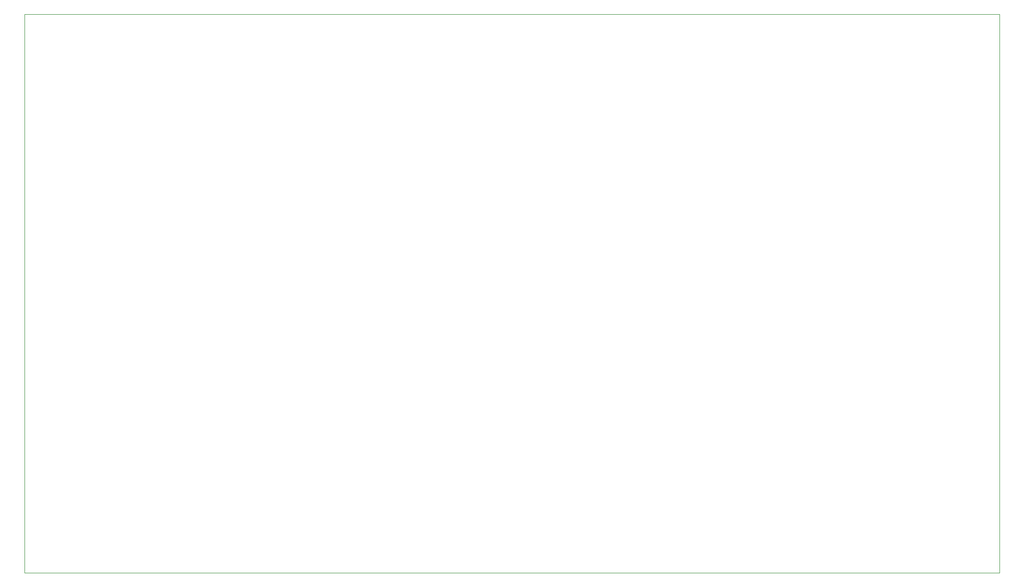
<source format=gbr>
%TF.GenerationSoftware,KiCad,Pcbnew,7.0.7*%
%TF.CreationDate,2023-09-27T22:13:29+02:00*%
%TF.ProjectId,Noise Toaster PCB,4e6f6973-6520-4546-9f61-737465722050,0.5*%
%TF.SameCoordinates,PX3c67de0PY8c099c0*%
%TF.FileFunction,Profile,NP*%
%FSLAX46Y46*%
G04 Gerber Fmt 4.6, Leading zero omitted, Abs format (unit mm)*
G04 Created by KiCad (PCBNEW 7.0.7) date 2023-09-27 22:13:29*
%MOMM*%
%LPD*%
G01*
G04 APERTURE LIST*
%TA.AperFunction,Profile*%
%ADD10C,0.100000*%
%TD*%
G04 APERTURE END LIST*
D10*
X500000Y97000000D02*
X168750000Y97000000D01*
X168750000Y500000D01*
X500000Y500000D01*
X500000Y97000000D01*
M02*

</source>
